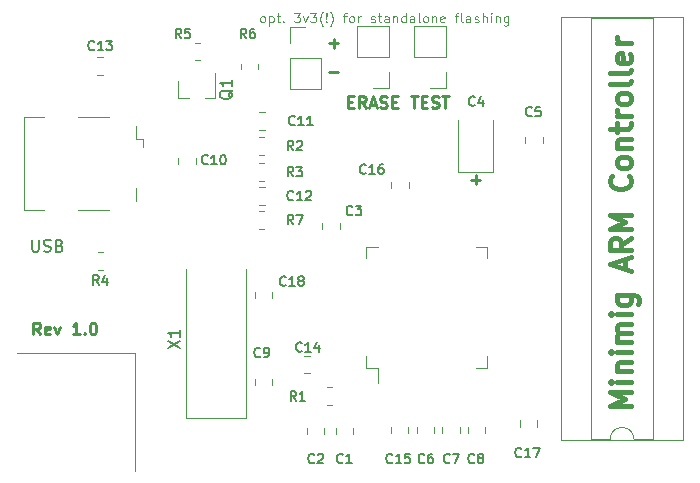
<source format=gbr>
G04 #@! TF.GenerationSoftware,KiCad,Pcbnew,5.1.9-73d0e3b20d~88~ubuntu20.04.1*
G04 #@! TF.CreationDate,2021-01-27T00:13:23+01:00*
G04 #@! TF.ProjectId,minimig-arm-controller-0805,6d696e69-6d69-4672-9d61-726d2d636f6e,rev?*
G04 #@! TF.SameCoordinates,Original*
G04 #@! TF.FileFunction,Legend,Top*
G04 #@! TF.FilePolarity,Positive*
%FSLAX46Y46*%
G04 Gerber Fmt 4.6, Leading zero omitted, Abs format (unit mm)*
G04 Created by KiCad (PCBNEW 5.1.9-73d0e3b20d~88~ubuntu20.04.1) date 2021-01-27 00:13:23*
%MOMM*%
%LPD*%
G01*
G04 APERTURE LIST*
%ADD10C,0.250000*%
%ADD11C,0.100000*%
%ADD12C,0.450000*%
%ADD13C,0.120000*%
%ADD14C,0.150000*%
G04 APERTURE END LIST*
D10*
X101928571Y-48452380D02*
X101595238Y-47976190D01*
X101357142Y-48452380D02*
X101357142Y-47452380D01*
X101738095Y-47452380D01*
X101833333Y-47500000D01*
X101880952Y-47547619D01*
X101928571Y-47642857D01*
X101928571Y-47785714D01*
X101880952Y-47880952D01*
X101833333Y-47928571D01*
X101738095Y-47976190D01*
X101357142Y-47976190D01*
X102738095Y-48404761D02*
X102642857Y-48452380D01*
X102452380Y-48452380D01*
X102357142Y-48404761D01*
X102309523Y-48309523D01*
X102309523Y-47928571D01*
X102357142Y-47833333D01*
X102452380Y-47785714D01*
X102642857Y-47785714D01*
X102738095Y-47833333D01*
X102785714Y-47928571D01*
X102785714Y-48023809D01*
X102309523Y-48119047D01*
X103119047Y-47785714D02*
X103357142Y-48452380D01*
X103595238Y-47785714D01*
X105261904Y-48452380D02*
X104690476Y-48452380D01*
X104976190Y-48452380D02*
X104976190Y-47452380D01*
X104880952Y-47595238D01*
X104785714Y-47690476D01*
X104690476Y-47738095D01*
X105690476Y-48357142D02*
X105738095Y-48404761D01*
X105690476Y-48452380D01*
X105642857Y-48404761D01*
X105690476Y-48357142D01*
X105690476Y-48452380D01*
X106357142Y-47452380D02*
X106452380Y-47452380D01*
X106547619Y-47500000D01*
X106595238Y-47547619D01*
X106642857Y-47642857D01*
X106690476Y-47833333D01*
X106690476Y-48071428D01*
X106642857Y-48261904D01*
X106595238Y-48357142D01*
X106547619Y-48404761D01*
X106452380Y-48452380D01*
X106357142Y-48452380D01*
X106261904Y-48404761D01*
X106214285Y-48357142D01*
X106166666Y-48261904D01*
X106119047Y-48071428D01*
X106119047Y-47833333D01*
X106166666Y-47642857D01*
X106214285Y-47547619D01*
X106261904Y-47500000D01*
X106357142Y-47452380D01*
X138802428Y-35759352D02*
X138802428Y-34997447D01*
X139183380Y-35378400D02*
X138421476Y-35378400D01*
X127186652Y-26277271D02*
X126424747Y-26277271D01*
X126800928Y-24176952D02*
X126800928Y-23415047D01*
X127181880Y-23796000D02*
X126419976Y-23796000D01*
D11*
X120723695Y-22037004D02*
X120647504Y-21998909D01*
X120609409Y-21960814D01*
X120571314Y-21884623D01*
X120571314Y-21656052D01*
X120609409Y-21579861D01*
X120647504Y-21541766D01*
X120723695Y-21503671D01*
X120837980Y-21503671D01*
X120914171Y-21541766D01*
X120952266Y-21579861D01*
X120990361Y-21656052D01*
X120990361Y-21884623D01*
X120952266Y-21960814D01*
X120914171Y-21998909D01*
X120837980Y-22037004D01*
X120723695Y-22037004D01*
X121333219Y-21503671D02*
X121333219Y-22303671D01*
X121333219Y-21541766D02*
X121409409Y-21503671D01*
X121561790Y-21503671D01*
X121637980Y-21541766D01*
X121676076Y-21579861D01*
X121714171Y-21656052D01*
X121714171Y-21884623D01*
X121676076Y-21960814D01*
X121637980Y-21998909D01*
X121561790Y-22037004D01*
X121409409Y-22037004D01*
X121333219Y-21998909D01*
X121942742Y-21503671D02*
X122247504Y-21503671D01*
X122057028Y-21237004D02*
X122057028Y-21922719D01*
X122095123Y-21998909D01*
X122171314Y-22037004D01*
X122247504Y-22037004D01*
X122514171Y-21960814D02*
X122552266Y-21998909D01*
X122514171Y-22037004D01*
X122476076Y-21998909D01*
X122514171Y-21960814D01*
X122514171Y-22037004D01*
X123428457Y-21237004D02*
X123923695Y-21237004D01*
X123657028Y-21541766D01*
X123771314Y-21541766D01*
X123847504Y-21579861D01*
X123885600Y-21617957D01*
X123923695Y-21694147D01*
X123923695Y-21884623D01*
X123885600Y-21960814D01*
X123847504Y-21998909D01*
X123771314Y-22037004D01*
X123542742Y-22037004D01*
X123466552Y-21998909D01*
X123428457Y-21960814D01*
X124190361Y-21503671D02*
X124380838Y-22037004D01*
X124571314Y-21503671D01*
X124799885Y-21237004D02*
X125295123Y-21237004D01*
X125028457Y-21541766D01*
X125142742Y-21541766D01*
X125218933Y-21579861D01*
X125257028Y-21617957D01*
X125295123Y-21694147D01*
X125295123Y-21884623D01*
X125257028Y-21960814D01*
X125218933Y-21998909D01*
X125142742Y-22037004D01*
X124914171Y-22037004D01*
X124837980Y-21998909D01*
X124799885Y-21960814D01*
X125866552Y-22341766D02*
X125828457Y-22303671D01*
X125752266Y-22189385D01*
X125714171Y-22113195D01*
X125676076Y-21998909D01*
X125637980Y-21808433D01*
X125637980Y-21656052D01*
X125676076Y-21465576D01*
X125714171Y-21351290D01*
X125752266Y-21275100D01*
X125828457Y-21160814D01*
X125866552Y-21122719D01*
X126171314Y-21960814D02*
X126209409Y-21998909D01*
X126171314Y-22037004D01*
X126133219Y-21998909D01*
X126171314Y-21960814D01*
X126171314Y-22037004D01*
X126171314Y-21732242D02*
X126133219Y-21275100D01*
X126171314Y-21237004D01*
X126209409Y-21275100D01*
X126171314Y-21732242D01*
X126171314Y-21237004D01*
X126476076Y-22341766D02*
X126514171Y-22303671D01*
X126590361Y-22189385D01*
X126628457Y-22113195D01*
X126666552Y-21998909D01*
X126704647Y-21808433D01*
X126704647Y-21656052D01*
X126666552Y-21465576D01*
X126628457Y-21351290D01*
X126590361Y-21275100D01*
X126514171Y-21160814D01*
X126476076Y-21122719D01*
X127580838Y-21503671D02*
X127885600Y-21503671D01*
X127695123Y-22037004D02*
X127695123Y-21351290D01*
X127733219Y-21275100D01*
X127809409Y-21237004D01*
X127885600Y-21237004D01*
X128266552Y-22037004D02*
X128190361Y-21998909D01*
X128152266Y-21960814D01*
X128114171Y-21884623D01*
X128114171Y-21656052D01*
X128152266Y-21579861D01*
X128190361Y-21541766D01*
X128266552Y-21503671D01*
X128380838Y-21503671D01*
X128457028Y-21541766D01*
X128495123Y-21579861D01*
X128533219Y-21656052D01*
X128533219Y-21884623D01*
X128495123Y-21960814D01*
X128457028Y-21998909D01*
X128380838Y-22037004D01*
X128266552Y-22037004D01*
X128876076Y-22037004D02*
X128876076Y-21503671D01*
X128876076Y-21656052D02*
X128914171Y-21579861D01*
X128952266Y-21541766D01*
X129028457Y-21503671D01*
X129104647Y-21503671D01*
X129942742Y-21998909D02*
X130018933Y-22037004D01*
X130171314Y-22037004D01*
X130247504Y-21998909D01*
X130285600Y-21922719D01*
X130285600Y-21884623D01*
X130247504Y-21808433D01*
X130171314Y-21770338D01*
X130057028Y-21770338D01*
X129980838Y-21732242D01*
X129942742Y-21656052D01*
X129942742Y-21617957D01*
X129980838Y-21541766D01*
X130057028Y-21503671D01*
X130171314Y-21503671D01*
X130247504Y-21541766D01*
X130514171Y-21503671D02*
X130818933Y-21503671D01*
X130628457Y-21237004D02*
X130628457Y-21922719D01*
X130666552Y-21998909D01*
X130742742Y-22037004D01*
X130818933Y-22037004D01*
X131428457Y-22037004D02*
X131428457Y-21617957D01*
X131390361Y-21541766D01*
X131314171Y-21503671D01*
X131161790Y-21503671D01*
X131085600Y-21541766D01*
X131428457Y-21998909D02*
X131352266Y-22037004D01*
X131161790Y-22037004D01*
X131085600Y-21998909D01*
X131047504Y-21922719D01*
X131047504Y-21846528D01*
X131085600Y-21770338D01*
X131161790Y-21732242D01*
X131352266Y-21732242D01*
X131428457Y-21694147D01*
X131809409Y-21503671D02*
X131809409Y-22037004D01*
X131809409Y-21579861D02*
X131847504Y-21541766D01*
X131923695Y-21503671D01*
X132037980Y-21503671D01*
X132114171Y-21541766D01*
X132152266Y-21617957D01*
X132152266Y-22037004D01*
X132876076Y-22037004D02*
X132876076Y-21237004D01*
X132876076Y-21998909D02*
X132799885Y-22037004D01*
X132647504Y-22037004D01*
X132571314Y-21998909D01*
X132533219Y-21960814D01*
X132495123Y-21884623D01*
X132495123Y-21656052D01*
X132533219Y-21579861D01*
X132571314Y-21541766D01*
X132647504Y-21503671D01*
X132799885Y-21503671D01*
X132876076Y-21541766D01*
X133599885Y-22037004D02*
X133599885Y-21617957D01*
X133561790Y-21541766D01*
X133485600Y-21503671D01*
X133333219Y-21503671D01*
X133257028Y-21541766D01*
X133599885Y-21998909D02*
X133523695Y-22037004D01*
X133333219Y-22037004D01*
X133257028Y-21998909D01*
X133218933Y-21922719D01*
X133218933Y-21846528D01*
X133257028Y-21770338D01*
X133333219Y-21732242D01*
X133523695Y-21732242D01*
X133599885Y-21694147D01*
X134095123Y-22037004D02*
X134018933Y-21998909D01*
X133980838Y-21922719D01*
X133980838Y-21237004D01*
X134514171Y-22037004D02*
X134437980Y-21998909D01*
X134399885Y-21960814D01*
X134361790Y-21884623D01*
X134361790Y-21656052D01*
X134399885Y-21579861D01*
X134437980Y-21541766D01*
X134514171Y-21503671D01*
X134628457Y-21503671D01*
X134704647Y-21541766D01*
X134742742Y-21579861D01*
X134780838Y-21656052D01*
X134780838Y-21884623D01*
X134742742Y-21960814D01*
X134704647Y-21998909D01*
X134628457Y-22037004D01*
X134514171Y-22037004D01*
X135123695Y-21503671D02*
X135123695Y-22037004D01*
X135123695Y-21579861D02*
X135161790Y-21541766D01*
X135237980Y-21503671D01*
X135352266Y-21503671D01*
X135428457Y-21541766D01*
X135466552Y-21617957D01*
X135466552Y-22037004D01*
X136152266Y-21998909D02*
X136076076Y-22037004D01*
X135923695Y-22037004D01*
X135847504Y-21998909D01*
X135809409Y-21922719D01*
X135809409Y-21617957D01*
X135847504Y-21541766D01*
X135923695Y-21503671D01*
X136076076Y-21503671D01*
X136152266Y-21541766D01*
X136190361Y-21617957D01*
X136190361Y-21694147D01*
X135809409Y-21770338D01*
X137028457Y-21503671D02*
X137333219Y-21503671D01*
X137142742Y-22037004D02*
X137142742Y-21351290D01*
X137180838Y-21275100D01*
X137257028Y-21237004D01*
X137333219Y-21237004D01*
X137714171Y-22037004D02*
X137637980Y-21998909D01*
X137599885Y-21922719D01*
X137599885Y-21237004D01*
X138361790Y-22037004D02*
X138361790Y-21617957D01*
X138323695Y-21541766D01*
X138247504Y-21503671D01*
X138095123Y-21503671D01*
X138018933Y-21541766D01*
X138361790Y-21998909D02*
X138285600Y-22037004D01*
X138095123Y-22037004D01*
X138018933Y-21998909D01*
X137980838Y-21922719D01*
X137980838Y-21846528D01*
X138018933Y-21770338D01*
X138095123Y-21732242D01*
X138285600Y-21732242D01*
X138361790Y-21694147D01*
X138704647Y-21998909D02*
X138780838Y-22037004D01*
X138933219Y-22037004D01*
X139009409Y-21998909D01*
X139047504Y-21922719D01*
X139047504Y-21884623D01*
X139009409Y-21808433D01*
X138933219Y-21770338D01*
X138818933Y-21770338D01*
X138742742Y-21732242D01*
X138704647Y-21656052D01*
X138704647Y-21617957D01*
X138742742Y-21541766D01*
X138818933Y-21503671D01*
X138933219Y-21503671D01*
X139009409Y-21541766D01*
X139390361Y-22037004D02*
X139390361Y-21237004D01*
X139733219Y-22037004D02*
X139733219Y-21617957D01*
X139695123Y-21541766D01*
X139618933Y-21503671D01*
X139504647Y-21503671D01*
X139428457Y-21541766D01*
X139390361Y-21579861D01*
X140114171Y-22037004D02*
X140114171Y-21503671D01*
X140114171Y-21237004D02*
X140076076Y-21275100D01*
X140114171Y-21313195D01*
X140152266Y-21275100D01*
X140114171Y-21237004D01*
X140114171Y-21313195D01*
X140495123Y-21503671D02*
X140495123Y-22037004D01*
X140495123Y-21579861D02*
X140533219Y-21541766D01*
X140609409Y-21503671D01*
X140723695Y-21503671D01*
X140799885Y-21541766D01*
X140837980Y-21617957D01*
X140837980Y-22037004D01*
X141561790Y-21503671D02*
X141561790Y-22151290D01*
X141523695Y-22227480D01*
X141485600Y-22265576D01*
X141409409Y-22303671D01*
X141295123Y-22303671D01*
X141218933Y-22265576D01*
X141561790Y-21998909D02*
X141485600Y-22037004D01*
X141333219Y-22037004D01*
X141257028Y-21998909D01*
X141218933Y-21960814D01*
X141180838Y-21884623D01*
X141180838Y-21656052D01*
X141218933Y-21579861D01*
X141257028Y-21541766D01*
X141333219Y-21503671D01*
X141485600Y-21503671D01*
X141561790Y-21541766D01*
D12*
X151991285Y-54507428D02*
X150191285Y-54507428D01*
X151477000Y-53907428D01*
X150191285Y-53307428D01*
X151991285Y-53307428D01*
X151991285Y-52450285D02*
X150791285Y-52450285D01*
X150191285Y-52450285D02*
X150277000Y-52536000D01*
X150362714Y-52450285D01*
X150277000Y-52364571D01*
X150191285Y-52450285D01*
X150362714Y-52450285D01*
X150791285Y-51593142D02*
X151991285Y-51593142D01*
X150962714Y-51593142D02*
X150877000Y-51507428D01*
X150791285Y-51336000D01*
X150791285Y-51078857D01*
X150877000Y-50907428D01*
X151048428Y-50821714D01*
X151991285Y-50821714D01*
X151991285Y-49964571D02*
X150791285Y-49964571D01*
X150191285Y-49964571D02*
X150277000Y-50050285D01*
X150362714Y-49964571D01*
X150277000Y-49878857D01*
X150191285Y-49964571D01*
X150362714Y-49964571D01*
X151991285Y-49107428D02*
X150791285Y-49107428D01*
X150962714Y-49107428D02*
X150877000Y-49021714D01*
X150791285Y-48850285D01*
X150791285Y-48593142D01*
X150877000Y-48421714D01*
X151048428Y-48336000D01*
X151991285Y-48336000D01*
X151048428Y-48336000D02*
X150877000Y-48250285D01*
X150791285Y-48078857D01*
X150791285Y-47821714D01*
X150877000Y-47650285D01*
X151048428Y-47564571D01*
X151991285Y-47564571D01*
X151991285Y-46707428D02*
X150791285Y-46707428D01*
X150191285Y-46707428D02*
X150277000Y-46793142D01*
X150362714Y-46707428D01*
X150277000Y-46621714D01*
X150191285Y-46707428D01*
X150362714Y-46707428D01*
X150791285Y-45078857D02*
X152248428Y-45078857D01*
X152419857Y-45164571D01*
X152505571Y-45250285D01*
X152591285Y-45421714D01*
X152591285Y-45678857D01*
X152505571Y-45850285D01*
X151905571Y-45078857D02*
X151991285Y-45250285D01*
X151991285Y-45593142D01*
X151905571Y-45764571D01*
X151819857Y-45850285D01*
X151648428Y-45936000D01*
X151134142Y-45936000D01*
X150962714Y-45850285D01*
X150877000Y-45764571D01*
X150791285Y-45593142D01*
X150791285Y-45250285D01*
X150877000Y-45078857D01*
X151477000Y-42936000D02*
X151477000Y-42078857D01*
X151991285Y-43107428D02*
X150191285Y-42507428D01*
X151991285Y-41907428D01*
X151991285Y-40278857D02*
X151134142Y-40878857D01*
X151991285Y-41307428D02*
X150191285Y-41307428D01*
X150191285Y-40621714D01*
X150277000Y-40450285D01*
X150362714Y-40364571D01*
X150534142Y-40278857D01*
X150791285Y-40278857D01*
X150962714Y-40364571D01*
X151048428Y-40450285D01*
X151134142Y-40621714D01*
X151134142Y-41307428D01*
X151991285Y-39507428D02*
X150191285Y-39507428D01*
X151477000Y-38907428D01*
X150191285Y-38307428D01*
X151991285Y-38307428D01*
X151819857Y-35050285D02*
X151905571Y-35136000D01*
X151991285Y-35393142D01*
X151991285Y-35564571D01*
X151905571Y-35821714D01*
X151734142Y-35993142D01*
X151562714Y-36078857D01*
X151219857Y-36164571D01*
X150962714Y-36164571D01*
X150619857Y-36078857D01*
X150448428Y-35993142D01*
X150277000Y-35821714D01*
X150191285Y-35564571D01*
X150191285Y-35393142D01*
X150277000Y-35136000D01*
X150362714Y-35050285D01*
X151991285Y-34021714D02*
X151905571Y-34193142D01*
X151819857Y-34278857D01*
X151648428Y-34364571D01*
X151134142Y-34364571D01*
X150962714Y-34278857D01*
X150877000Y-34193142D01*
X150791285Y-34021714D01*
X150791285Y-33764571D01*
X150877000Y-33593142D01*
X150962714Y-33507428D01*
X151134142Y-33421714D01*
X151648428Y-33421714D01*
X151819857Y-33507428D01*
X151905571Y-33593142D01*
X151991285Y-33764571D01*
X151991285Y-34021714D01*
X150791285Y-32650285D02*
X151991285Y-32650285D01*
X150962714Y-32650285D02*
X150877000Y-32564571D01*
X150791285Y-32393142D01*
X150791285Y-32136000D01*
X150877000Y-31964571D01*
X151048428Y-31878857D01*
X151991285Y-31878857D01*
X150791285Y-31278857D02*
X150791285Y-30593142D01*
X150191285Y-31021714D02*
X151734142Y-31021714D01*
X151905571Y-30936000D01*
X151991285Y-30764571D01*
X151991285Y-30593142D01*
X151991285Y-29993142D02*
X150791285Y-29993142D01*
X151134142Y-29993142D02*
X150962714Y-29907428D01*
X150877000Y-29821714D01*
X150791285Y-29650285D01*
X150791285Y-29478857D01*
X151991285Y-28621714D02*
X151905571Y-28793142D01*
X151819857Y-28878857D01*
X151648428Y-28964571D01*
X151134142Y-28964571D01*
X150962714Y-28878857D01*
X150877000Y-28793142D01*
X150791285Y-28621714D01*
X150791285Y-28364571D01*
X150877000Y-28193142D01*
X150962714Y-28107428D01*
X151134142Y-28021714D01*
X151648428Y-28021714D01*
X151819857Y-28107428D01*
X151905571Y-28193142D01*
X151991285Y-28364571D01*
X151991285Y-28621714D01*
X151991285Y-26993142D02*
X151905571Y-27164571D01*
X151734142Y-27250285D01*
X150191285Y-27250285D01*
X151991285Y-26050285D02*
X151905571Y-26221714D01*
X151734142Y-26307428D01*
X150191285Y-26307428D01*
X151905571Y-24678857D02*
X151991285Y-24850285D01*
X151991285Y-25193142D01*
X151905571Y-25364571D01*
X151734142Y-25450285D01*
X151048428Y-25450285D01*
X150877000Y-25364571D01*
X150791285Y-25193142D01*
X150791285Y-24850285D01*
X150877000Y-24678857D01*
X151048428Y-24593142D01*
X151219857Y-24593142D01*
X151391285Y-25450285D01*
X151991285Y-23821714D02*
X150791285Y-23821714D01*
X151134142Y-23821714D02*
X150962714Y-23736000D01*
X150877000Y-23650285D01*
X150791285Y-23478857D01*
X150791285Y-23307428D01*
D10*
X127998171Y-28766471D02*
X128331504Y-28766471D01*
X128474361Y-29290280D02*
X127998171Y-29290280D01*
X127998171Y-28290280D01*
X128474361Y-28290280D01*
X129474361Y-29290280D02*
X129141028Y-28814090D01*
X128902933Y-29290280D02*
X128902933Y-28290280D01*
X129283885Y-28290280D01*
X129379123Y-28337900D01*
X129426742Y-28385519D01*
X129474361Y-28480757D01*
X129474361Y-28623614D01*
X129426742Y-28718852D01*
X129379123Y-28766471D01*
X129283885Y-28814090D01*
X128902933Y-28814090D01*
X129855314Y-29004566D02*
X130331504Y-29004566D01*
X129760076Y-29290280D02*
X130093409Y-28290280D01*
X130426742Y-29290280D01*
X130712457Y-29242661D02*
X130855314Y-29290280D01*
X131093409Y-29290280D01*
X131188647Y-29242661D01*
X131236266Y-29195042D01*
X131283885Y-29099804D01*
X131283885Y-29004566D01*
X131236266Y-28909328D01*
X131188647Y-28861709D01*
X131093409Y-28814090D01*
X130902933Y-28766471D01*
X130807695Y-28718852D01*
X130760076Y-28671233D01*
X130712457Y-28575995D01*
X130712457Y-28480757D01*
X130760076Y-28385519D01*
X130807695Y-28337900D01*
X130902933Y-28290280D01*
X131141028Y-28290280D01*
X131283885Y-28337900D01*
X131712457Y-28766471D02*
X132045790Y-28766471D01*
X132188647Y-29290280D02*
X131712457Y-29290280D01*
X131712457Y-28290280D01*
X132188647Y-28290280D01*
X133325761Y-28264880D02*
X133897190Y-28264880D01*
X133611476Y-29264880D02*
X133611476Y-28264880D01*
X134230523Y-28741071D02*
X134563857Y-28741071D01*
X134706714Y-29264880D02*
X134230523Y-29264880D01*
X134230523Y-28264880D01*
X134706714Y-28264880D01*
X135087666Y-29217261D02*
X135230523Y-29264880D01*
X135468619Y-29264880D01*
X135563857Y-29217261D01*
X135611476Y-29169642D01*
X135659095Y-29074404D01*
X135659095Y-28979166D01*
X135611476Y-28883928D01*
X135563857Y-28836309D01*
X135468619Y-28788690D01*
X135278142Y-28741071D01*
X135182904Y-28693452D01*
X135135285Y-28645833D01*
X135087666Y-28550595D01*
X135087666Y-28455357D01*
X135135285Y-28360119D01*
X135182904Y-28312500D01*
X135278142Y-28264880D01*
X135516238Y-28264880D01*
X135659095Y-28312500D01*
X135944809Y-28264880D02*
X136516238Y-28264880D01*
X136230523Y-29264880D02*
X136230523Y-28264880D01*
D13*
X110000000Y-50000000D02*
X110000000Y-60000000D01*
X100000000Y-50000000D02*
X110000000Y-50000000D01*
G04 #@! TO.C,X1*
X114290000Y-42931500D02*
X114290000Y-55531500D01*
X114290000Y-55531500D02*
X119390000Y-55531500D01*
X119390000Y-55531500D02*
X119390000Y-42931500D01*
G04 #@! TO.C,J1*
X123050000Y-22466000D02*
X124380000Y-22466000D01*
X123050000Y-23796000D02*
X123050000Y-22466000D01*
X123050000Y-25066000D02*
X125710000Y-25066000D01*
X125710000Y-25066000D02*
X125710000Y-27666000D01*
X123050000Y-25066000D02*
X123050000Y-27666000D01*
X123050000Y-27666000D02*
X125710000Y-27666000D01*
G04 #@! TO.C,C17*
X142542600Y-55741948D02*
X142542600Y-56264452D01*
X144012600Y-55741948D02*
X144012600Y-56264452D01*
G04 #@! TO.C,C16*
X133141400Y-36046052D02*
X133141400Y-35523548D01*
X131671400Y-36046052D02*
X131671400Y-35523548D01*
G04 #@! TO.C,C15*
X131620600Y-56300748D02*
X131620600Y-56823252D01*
X133090600Y-56300748D02*
X133090600Y-56823252D01*
G04 #@! TO.C,C14*
X124793652Y-50289800D02*
X124271148Y-50289800D01*
X124793652Y-51759800D02*
X124271148Y-51759800D01*
G04 #@! TO.C,C8*
X138123000Y-56300748D02*
X138123000Y-56823252D01*
X139593000Y-56300748D02*
X139593000Y-56823252D01*
G04 #@! TO.C,C7*
X135989400Y-56300748D02*
X135989400Y-56823252D01*
X137459400Y-56300748D02*
X137459400Y-56823252D01*
G04 #@! TO.C,C6*
X133805000Y-56300748D02*
X133805000Y-56823252D01*
X135275000Y-56300748D02*
X135275000Y-56823252D01*
G04 #@! TO.C,C3*
X127299400Y-39551252D02*
X127299400Y-39028748D01*
X125829400Y-39551252D02*
X125829400Y-39028748D01*
G04 #@! TO.C,C5*
X144482500Y-32248752D02*
X144482500Y-31726248D01*
X143012500Y-32248752D02*
X143012500Y-31726248D01*
G04 #@! TO.C,C4*
X140304500Y-34686000D02*
X140304500Y-30301000D01*
X137284500Y-34686000D02*
X140304500Y-34686000D01*
X137284500Y-30301000D02*
X137284500Y-34686000D01*
G04 #@! TO.C,R1*
X126184936Y-52931400D02*
X126639064Y-52931400D01*
X126184936Y-54401400D02*
X126639064Y-54401400D01*
G04 #@! TO.C,C18*
X120089000Y-45393252D02*
X120089000Y-44870748D01*
X121559000Y-45393252D02*
X121559000Y-44870748D01*
G04 #@! TO.C,C9*
X121559000Y-52236748D02*
X121559000Y-52759252D01*
X120089000Y-52236748D02*
X120089000Y-52759252D01*
G04 #@! TO.C,C2*
X125973000Y-56347748D02*
X125973000Y-56870252D01*
X124503000Y-56347748D02*
X124503000Y-56870252D01*
G04 #@! TO.C,C1*
X128417000Y-56347748D02*
X128417000Y-56870252D01*
X126947000Y-56347748D02*
X126947000Y-56870252D01*
G04 #@! TO.C,R4*
X107254064Y-41496000D02*
X106799936Y-41496000D01*
X107254064Y-42966000D02*
X106799936Y-42966000D01*
G04 #@! TO.C,C13*
X106765748Y-26456000D02*
X107288252Y-26456000D01*
X106765748Y-24986000D02*
X107288252Y-24986000D01*
G04 #@! TO.C,R7*
X120906564Y-39517000D02*
X120452436Y-39517000D01*
X120906564Y-38047000D02*
X120452436Y-38047000D01*
G04 #@! TO.C,R6*
X120372500Y-25554936D02*
X120372500Y-26009064D01*
X118902500Y-25554936D02*
X118902500Y-26009064D01*
G04 #@! TO.C,R5*
X115489564Y-25247000D02*
X115035436Y-25247000D01*
X115489564Y-23777000D02*
X115035436Y-23777000D01*
G04 #@! TO.C,R3*
X120906564Y-35453000D02*
X120452436Y-35453000D01*
X120906564Y-33983000D02*
X120452436Y-33983000D01*
G04 #@! TO.C,R2*
X120906564Y-33250500D02*
X120452436Y-33250500D01*
X120906564Y-31780500D02*
X120452436Y-31780500D01*
G04 #@! TO.C,Q1*
X113612500Y-28447000D02*
X114542500Y-28447000D01*
X116772500Y-28447000D02*
X115842500Y-28447000D01*
X116772500Y-28447000D02*
X116772500Y-26287000D01*
X113612500Y-28447000D02*
X113612500Y-26987000D01*
G04 #@! TO.C,JP2*
X136276400Y-22364400D02*
X133616400Y-22364400D01*
X136276400Y-24964400D02*
X136276400Y-22364400D01*
X133616400Y-24964400D02*
X133616400Y-22364400D01*
X136276400Y-24964400D02*
X133616400Y-24964400D01*
X136276400Y-26234400D02*
X136276400Y-27564400D01*
X136276400Y-27564400D02*
X134946400Y-27564400D01*
G04 #@! TO.C,JP1*
X131450400Y-22364400D02*
X128790400Y-22364400D01*
X131450400Y-24964400D02*
X131450400Y-22364400D01*
X128790400Y-24964400D02*
X128790400Y-22364400D01*
X131450400Y-24964400D02*
X128790400Y-24964400D01*
X131450400Y-26234400D02*
X131450400Y-27564400D01*
X131450400Y-27564400D02*
X130120400Y-27564400D01*
G04 #@! TO.C,USB*
X105150000Y-30016000D02*
X107750000Y-30016000D01*
X107750000Y-37936000D02*
X105150000Y-37936000D01*
X110060000Y-30776000D02*
X110060000Y-31926000D01*
X110060000Y-31926000D02*
X110650000Y-31926000D01*
X110650000Y-31926000D02*
X110650000Y-32626000D01*
X110060000Y-36026000D02*
X110060000Y-37176000D01*
X102250000Y-30016000D02*
X100590000Y-30016000D01*
X100590000Y-30016000D02*
X100590000Y-37936000D01*
X100590000Y-37936000D02*
X102250000Y-37936000D01*
G04 #@! TO.C,C12*
X120940752Y-37485000D02*
X120418248Y-37485000D01*
X120940752Y-36015000D02*
X120418248Y-36015000D01*
G04 #@! TO.C,C11*
X120940752Y-31135000D02*
X120418248Y-31135000D01*
X120940752Y-29665000D02*
X120418248Y-29665000D01*
G04 #@! TO.C,C10*
X115082000Y-33504248D02*
X115082000Y-34026752D01*
X113612000Y-33504248D02*
X113612000Y-34026752D01*
G04 #@! TO.C,U2*
X146050000Y-57390000D02*
X156330000Y-57390000D01*
X146050000Y-21590000D02*
X146050000Y-57390000D01*
X156330000Y-21590000D02*
X146050000Y-21590000D01*
X156330000Y-57390000D02*
X156330000Y-21590000D01*
X148540000Y-57330000D02*
X150190000Y-57330000D01*
X148540000Y-21650000D02*
X148540000Y-57330000D01*
X153840000Y-21650000D02*
X148540000Y-21650000D01*
X153840000Y-57330000D02*
X153840000Y-21650000D01*
X152190000Y-57330000D02*
X153840000Y-57330000D01*
X150190000Y-57330000D02*
G75*
G02*
X152190000Y-57330000I1000000J0D01*
G01*
G04 #@! TO.C,U1*
X130507000Y-51258000D02*
X130507000Y-52598000D01*
X129557000Y-51258000D02*
X130507000Y-51258000D01*
X129557000Y-50308000D02*
X129557000Y-51258000D01*
X129557000Y-41038000D02*
X130507000Y-41038000D01*
X129557000Y-41988000D02*
X129557000Y-41038000D01*
X139777000Y-51258000D02*
X138827000Y-51258000D01*
X139777000Y-50308000D02*
X139777000Y-51258000D01*
X139777000Y-41038000D02*
X138827000Y-41038000D01*
X139777000Y-41988000D02*
X139777000Y-41038000D01*
G04 #@! TO.C,X1*
D14*
X112742380Y-49641023D02*
X113742380Y-48974357D01*
X112742380Y-48974357D02*
X113742380Y-49641023D01*
X113742380Y-48069595D02*
X113742380Y-48641023D01*
X113742380Y-48355309D02*
X112742380Y-48355309D01*
X112885238Y-48450547D01*
X112980476Y-48545785D01*
X113028095Y-48641023D01*
G04 #@! TO.C,C17*
X142661714Y-58778114D02*
X142623619Y-58816209D01*
X142509333Y-58854304D01*
X142433142Y-58854304D01*
X142318857Y-58816209D01*
X142242666Y-58740019D01*
X142204571Y-58663828D01*
X142166476Y-58511447D01*
X142166476Y-58397161D01*
X142204571Y-58244780D01*
X142242666Y-58168590D01*
X142318857Y-58092400D01*
X142433142Y-58054304D01*
X142509333Y-58054304D01*
X142623619Y-58092400D01*
X142661714Y-58130495D01*
X143423619Y-58854304D02*
X142966476Y-58854304D01*
X143195047Y-58854304D02*
X143195047Y-58054304D01*
X143118857Y-58168590D01*
X143042666Y-58244780D01*
X142966476Y-58282876D01*
X143690285Y-58054304D02*
X144223619Y-58054304D01*
X143880761Y-58854304D01*
G04 #@! TO.C,C16*
X129485714Y-34785714D02*
X129447619Y-34823809D01*
X129333333Y-34861904D01*
X129257142Y-34861904D01*
X129142857Y-34823809D01*
X129066666Y-34747619D01*
X129028571Y-34671428D01*
X128990476Y-34519047D01*
X128990476Y-34404761D01*
X129028571Y-34252380D01*
X129066666Y-34176190D01*
X129142857Y-34100000D01*
X129257142Y-34061904D01*
X129333333Y-34061904D01*
X129447619Y-34100000D01*
X129485714Y-34138095D01*
X130247619Y-34861904D02*
X129790476Y-34861904D01*
X130019047Y-34861904D02*
X130019047Y-34061904D01*
X129942857Y-34176190D01*
X129866666Y-34252380D01*
X129790476Y-34290476D01*
X130933333Y-34061904D02*
X130780952Y-34061904D01*
X130704761Y-34100000D01*
X130666666Y-34138095D01*
X130590476Y-34252380D01*
X130552380Y-34404761D01*
X130552380Y-34709523D01*
X130590476Y-34785714D01*
X130628571Y-34823809D01*
X130704761Y-34861904D01*
X130857142Y-34861904D01*
X130933333Y-34823809D01*
X130971428Y-34785714D01*
X131009523Y-34709523D01*
X131009523Y-34519047D01*
X130971428Y-34442857D01*
X130933333Y-34404761D01*
X130857142Y-34366666D01*
X130704761Y-34366666D01*
X130628571Y-34404761D01*
X130590476Y-34442857D01*
X130552380Y-34519047D01*
G04 #@! TO.C,C15*
X131739714Y-59286114D02*
X131701619Y-59324209D01*
X131587333Y-59362304D01*
X131511142Y-59362304D01*
X131396857Y-59324209D01*
X131320666Y-59248019D01*
X131282571Y-59171828D01*
X131244476Y-59019447D01*
X131244476Y-58905161D01*
X131282571Y-58752780D01*
X131320666Y-58676590D01*
X131396857Y-58600400D01*
X131511142Y-58562304D01*
X131587333Y-58562304D01*
X131701619Y-58600400D01*
X131739714Y-58638495D01*
X132501619Y-59362304D02*
X132044476Y-59362304D01*
X132273047Y-59362304D02*
X132273047Y-58562304D01*
X132196857Y-58676590D01*
X132120666Y-58752780D01*
X132044476Y-58790876D01*
X133225428Y-58562304D02*
X132844476Y-58562304D01*
X132806380Y-58943257D01*
X132844476Y-58905161D01*
X132920666Y-58867066D01*
X133111142Y-58867066D01*
X133187333Y-58905161D01*
X133225428Y-58943257D01*
X133263523Y-59019447D01*
X133263523Y-59209923D01*
X133225428Y-59286114D01*
X133187333Y-59324209D01*
X133111142Y-59362304D01*
X132920666Y-59362304D01*
X132844476Y-59324209D01*
X132806380Y-59286114D01*
G04 #@! TO.C,C14*
X124068914Y-49837314D02*
X124030819Y-49875409D01*
X123916533Y-49913504D01*
X123840342Y-49913504D01*
X123726057Y-49875409D01*
X123649866Y-49799219D01*
X123611771Y-49723028D01*
X123573676Y-49570647D01*
X123573676Y-49456361D01*
X123611771Y-49303980D01*
X123649866Y-49227790D01*
X123726057Y-49151600D01*
X123840342Y-49113504D01*
X123916533Y-49113504D01*
X124030819Y-49151600D01*
X124068914Y-49189695D01*
X124830819Y-49913504D02*
X124373676Y-49913504D01*
X124602247Y-49913504D02*
X124602247Y-49113504D01*
X124526057Y-49227790D01*
X124449866Y-49303980D01*
X124373676Y-49342076D01*
X125516533Y-49380171D02*
X125516533Y-49913504D01*
X125326057Y-49075409D02*
X125135580Y-49646838D01*
X125630819Y-49646838D01*
G04 #@! TO.C,C8*
X138673866Y-59286114D02*
X138635771Y-59324209D01*
X138521485Y-59362304D01*
X138445295Y-59362304D01*
X138331009Y-59324209D01*
X138254819Y-59248019D01*
X138216723Y-59171828D01*
X138178628Y-59019447D01*
X138178628Y-58905161D01*
X138216723Y-58752780D01*
X138254819Y-58676590D01*
X138331009Y-58600400D01*
X138445295Y-58562304D01*
X138521485Y-58562304D01*
X138635771Y-58600400D01*
X138673866Y-58638495D01*
X139131009Y-58905161D02*
X139054819Y-58867066D01*
X139016723Y-58828971D01*
X138978628Y-58752780D01*
X138978628Y-58714685D01*
X139016723Y-58638495D01*
X139054819Y-58600400D01*
X139131009Y-58562304D01*
X139283390Y-58562304D01*
X139359580Y-58600400D01*
X139397676Y-58638495D01*
X139435771Y-58714685D01*
X139435771Y-58752780D01*
X139397676Y-58828971D01*
X139359580Y-58867066D01*
X139283390Y-58905161D01*
X139131009Y-58905161D01*
X139054819Y-58943257D01*
X139016723Y-58981352D01*
X138978628Y-59057542D01*
X138978628Y-59209923D01*
X139016723Y-59286114D01*
X139054819Y-59324209D01*
X139131009Y-59362304D01*
X139283390Y-59362304D01*
X139359580Y-59324209D01*
X139397676Y-59286114D01*
X139435771Y-59209923D01*
X139435771Y-59057542D01*
X139397676Y-58981352D01*
X139359580Y-58943257D01*
X139283390Y-58905161D01*
G04 #@! TO.C,C7*
X136591066Y-59286114D02*
X136552971Y-59324209D01*
X136438685Y-59362304D01*
X136362495Y-59362304D01*
X136248209Y-59324209D01*
X136172019Y-59248019D01*
X136133923Y-59171828D01*
X136095828Y-59019447D01*
X136095828Y-58905161D01*
X136133923Y-58752780D01*
X136172019Y-58676590D01*
X136248209Y-58600400D01*
X136362495Y-58562304D01*
X136438685Y-58562304D01*
X136552971Y-58600400D01*
X136591066Y-58638495D01*
X136857733Y-58562304D02*
X137391066Y-58562304D01*
X137048209Y-59362304D01*
G04 #@! TO.C,C6*
X134457466Y-59286114D02*
X134419371Y-59324209D01*
X134305085Y-59362304D01*
X134228895Y-59362304D01*
X134114609Y-59324209D01*
X134038419Y-59248019D01*
X134000323Y-59171828D01*
X133962228Y-59019447D01*
X133962228Y-58905161D01*
X134000323Y-58752780D01*
X134038419Y-58676590D01*
X134114609Y-58600400D01*
X134228895Y-58562304D01*
X134305085Y-58562304D01*
X134419371Y-58600400D01*
X134457466Y-58638495D01*
X135143180Y-58562304D02*
X134990800Y-58562304D01*
X134914609Y-58600400D01*
X134876514Y-58638495D01*
X134800323Y-58752780D01*
X134762228Y-58905161D01*
X134762228Y-59209923D01*
X134800323Y-59286114D01*
X134838419Y-59324209D01*
X134914609Y-59362304D01*
X135066990Y-59362304D01*
X135143180Y-59324209D01*
X135181276Y-59286114D01*
X135219371Y-59209923D01*
X135219371Y-59019447D01*
X135181276Y-58943257D01*
X135143180Y-58905161D01*
X135066990Y-58867066D01*
X134914609Y-58867066D01*
X134838419Y-58905161D01*
X134800323Y-58943257D01*
X134762228Y-59019447D01*
G04 #@! TO.C,C3*
X128366666Y-38285714D02*
X128328571Y-38323809D01*
X128214285Y-38361904D01*
X128138095Y-38361904D01*
X128023809Y-38323809D01*
X127947619Y-38247619D01*
X127909523Y-38171428D01*
X127871428Y-38019047D01*
X127871428Y-37904761D01*
X127909523Y-37752380D01*
X127947619Y-37676190D01*
X128023809Y-37600000D01*
X128138095Y-37561904D01*
X128214285Y-37561904D01*
X128328571Y-37600000D01*
X128366666Y-37638095D01*
X128633333Y-37561904D02*
X129128571Y-37561904D01*
X128861904Y-37866666D01*
X128976190Y-37866666D01*
X129052380Y-37904761D01*
X129090476Y-37942857D01*
X129128571Y-38019047D01*
X129128571Y-38209523D01*
X129090476Y-38285714D01*
X129052380Y-38323809D01*
X128976190Y-38361904D01*
X128747619Y-38361904D01*
X128671428Y-38323809D01*
X128633333Y-38285714D01*
G04 #@! TO.C,C5*
X143550666Y-29923714D02*
X143512571Y-29961809D01*
X143398285Y-29999904D01*
X143322095Y-29999904D01*
X143207809Y-29961809D01*
X143131619Y-29885619D01*
X143093523Y-29809428D01*
X143055428Y-29657047D01*
X143055428Y-29542761D01*
X143093523Y-29390380D01*
X143131619Y-29314190D01*
X143207809Y-29238000D01*
X143322095Y-29199904D01*
X143398285Y-29199904D01*
X143512571Y-29238000D01*
X143550666Y-29276095D01*
X144274476Y-29199904D02*
X143893523Y-29199904D01*
X143855428Y-29580857D01*
X143893523Y-29542761D01*
X143969714Y-29504666D01*
X144160190Y-29504666D01*
X144236380Y-29542761D01*
X144274476Y-29580857D01*
X144312571Y-29657047D01*
X144312571Y-29847523D01*
X144274476Y-29923714D01*
X144236380Y-29961809D01*
X144160190Y-29999904D01*
X143969714Y-29999904D01*
X143893523Y-29961809D01*
X143855428Y-29923714D01*
G04 #@! TO.C,C4*
X138724666Y-29034714D02*
X138686571Y-29072809D01*
X138572285Y-29110904D01*
X138496095Y-29110904D01*
X138381809Y-29072809D01*
X138305619Y-28996619D01*
X138267523Y-28920428D01*
X138229428Y-28768047D01*
X138229428Y-28653761D01*
X138267523Y-28501380D01*
X138305619Y-28425190D01*
X138381809Y-28349000D01*
X138496095Y-28310904D01*
X138572285Y-28310904D01*
X138686571Y-28349000D01*
X138724666Y-28387095D01*
X139410380Y-28577571D02*
X139410380Y-29110904D01*
X139219904Y-28272809D02*
X139029428Y-28844238D01*
X139524666Y-28844238D01*
G04 #@! TO.C,R1*
X123586266Y-54079104D02*
X123319600Y-53698152D01*
X123129123Y-54079104D02*
X123129123Y-53279104D01*
X123433885Y-53279104D01*
X123510076Y-53317200D01*
X123548171Y-53355295D01*
X123586266Y-53431485D01*
X123586266Y-53545771D01*
X123548171Y-53621961D01*
X123510076Y-53660057D01*
X123433885Y-53698152D01*
X123129123Y-53698152D01*
X124348171Y-54079104D02*
X123891028Y-54079104D01*
X124119600Y-54079104D02*
X124119600Y-53279104D01*
X124043409Y-53393390D01*
X123967219Y-53469580D01*
X123891028Y-53507676D01*
G04 #@! TO.C,C18*
X122722714Y-44274714D02*
X122684619Y-44312809D01*
X122570333Y-44350904D01*
X122494142Y-44350904D01*
X122379857Y-44312809D01*
X122303666Y-44236619D01*
X122265571Y-44160428D01*
X122227476Y-44008047D01*
X122227476Y-43893761D01*
X122265571Y-43741380D01*
X122303666Y-43665190D01*
X122379857Y-43589000D01*
X122494142Y-43550904D01*
X122570333Y-43550904D01*
X122684619Y-43589000D01*
X122722714Y-43627095D01*
X123484619Y-44350904D02*
X123027476Y-44350904D01*
X123256047Y-44350904D02*
X123256047Y-43550904D01*
X123179857Y-43665190D01*
X123103666Y-43741380D01*
X123027476Y-43779476D01*
X123941761Y-43893761D02*
X123865571Y-43855666D01*
X123827476Y-43817571D01*
X123789380Y-43741380D01*
X123789380Y-43703285D01*
X123827476Y-43627095D01*
X123865571Y-43589000D01*
X123941761Y-43550904D01*
X124094142Y-43550904D01*
X124170333Y-43589000D01*
X124208428Y-43627095D01*
X124246523Y-43703285D01*
X124246523Y-43741380D01*
X124208428Y-43817571D01*
X124170333Y-43855666D01*
X124094142Y-43893761D01*
X123941761Y-43893761D01*
X123865571Y-43931857D01*
X123827476Y-43969952D01*
X123789380Y-44046142D01*
X123789380Y-44198523D01*
X123827476Y-44274714D01*
X123865571Y-44312809D01*
X123941761Y-44350904D01*
X124094142Y-44350904D01*
X124170333Y-44312809D01*
X124208428Y-44274714D01*
X124246523Y-44198523D01*
X124246523Y-44046142D01*
X124208428Y-43969952D01*
X124170333Y-43931857D01*
X124094142Y-43893761D01*
G04 #@! TO.C,C9*
X120538266Y-50294514D02*
X120500171Y-50332609D01*
X120385885Y-50370704D01*
X120309695Y-50370704D01*
X120195409Y-50332609D01*
X120119219Y-50256419D01*
X120081123Y-50180228D01*
X120043028Y-50027847D01*
X120043028Y-49913561D01*
X120081123Y-49761180D01*
X120119219Y-49684990D01*
X120195409Y-49608800D01*
X120309695Y-49570704D01*
X120385885Y-49570704D01*
X120500171Y-49608800D01*
X120538266Y-49646895D01*
X120919219Y-50370704D02*
X121071600Y-50370704D01*
X121147790Y-50332609D01*
X121185885Y-50294514D01*
X121262076Y-50180228D01*
X121300171Y-50027847D01*
X121300171Y-49723085D01*
X121262076Y-49646895D01*
X121223980Y-49608800D01*
X121147790Y-49570704D01*
X120995409Y-49570704D01*
X120919219Y-49608800D01*
X120881123Y-49646895D01*
X120843028Y-49723085D01*
X120843028Y-49913561D01*
X120881123Y-49989752D01*
X120919219Y-50027847D01*
X120995409Y-50065942D01*
X121147790Y-50065942D01*
X121223980Y-50027847D01*
X121262076Y-49989752D01*
X121300171Y-49913561D01*
G04 #@! TO.C,C2*
X125110266Y-59286114D02*
X125072171Y-59324209D01*
X124957885Y-59362304D01*
X124881695Y-59362304D01*
X124767409Y-59324209D01*
X124691219Y-59248019D01*
X124653123Y-59171828D01*
X124615028Y-59019447D01*
X124615028Y-58905161D01*
X124653123Y-58752780D01*
X124691219Y-58676590D01*
X124767409Y-58600400D01*
X124881695Y-58562304D01*
X124957885Y-58562304D01*
X125072171Y-58600400D01*
X125110266Y-58638495D01*
X125415028Y-58638495D02*
X125453123Y-58600400D01*
X125529314Y-58562304D01*
X125719790Y-58562304D01*
X125795980Y-58600400D01*
X125834076Y-58638495D01*
X125872171Y-58714685D01*
X125872171Y-58790876D01*
X125834076Y-58905161D01*
X125376933Y-59362304D01*
X125872171Y-59362304D01*
G04 #@! TO.C,C1*
X127548666Y-59286114D02*
X127510571Y-59324209D01*
X127396285Y-59362304D01*
X127320095Y-59362304D01*
X127205809Y-59324209D01*
X127129619Y-59248019D01*
X127091523Y-59171828D01*
X127053428Y-59019447D01*
X127053428Y-58905161D01*
X127091523Y-58752780D01*
X127129619Y-58676590D01*
X127205809Y-58600400D01*
X127320095Y-58562304D01*
X127396285Y-58562304D01*
X127510571Y-58600400D01*
X127548666Y-58638495D01*
X128310571Y-59362304D02*
X127853428Y-59362304D01*
X128082000Y-59362304D02*
X128082000Y-58562304D01*
X128005809Y-58676590D01*
X127929619Y-58752780D01*
X127853428Y-58790876D01*
G04 #@! TO.C,R4*
X106893666Y-44242904D02*
X106627000Y-43861952D01*
X106436523Y-44242904D02*
X106436523Y-43442904D01*
X106741285Y-43442904D01*
X106817476Y-43481000D01*
X106855571Y-43519095D01*
X106893666Y-43595285D01*
X106893666Y-43709571D01*
X106855571Y-43785761D01*
X106817476Y-43823857D01*
X106741285Y-43861952D01*
X106436523Y-43861952D01*
X107579380Y-43709571D02*
X107579380Y-44242904D01*
X107388904Y-43404809D02*
X107198428Y-43976238D01*
X107693666Y-43976238D01*
G04 #@! TO.C,C13*
X106512714Y-24326714D02*
X106474619Y-24364809D01*
X106360333Y-24402904D01*
X106284142Y-24402904D01*
X106169857Y-24364809D01*
X106093666Y-24288619D01*
X106055571Y-24212428D01*
X106017476Y-24060047D01*
X106017476Y-23945761D01*
X106055571Y-23793380D01*
X106093666Y-23717190D01*
X106169857Y-23641000D01*
X106284142Y-23602904D01*
X106360333Y-23602904D01*
X106474619Y-23641000D01*
X106512714Y-23679095D01*
X107274619Y-24402904D02*
X106817476Y-24402904D01*
X107046047Y-24402904D02*
X107046047Y-23602904D01*
X106969857Y-23717190D01*
X106893666Y-23793380D01*
X106817476Y-23831476D01*
X107541285Y-23602904D02*
X108036523Y-23602904D01*
X107769857Y-23907666D01*
X107884142Y-23907666D01*
X107960333Y-23945761D01*
X107998428Y-23983857D01*
X108036523Y-24060047D01*
X108036523Y-24250523D01*
X107998428Y-24326714D01*
X107960333Y-24364809D01*
X107884142Y-24402904D01*
X107655571Y-24402904D01*
X107579380Y-24364809D01*
X107541285Y-24326714D01*
G04 #@! TO.C,R7*
X123357666Y-39143904D02*
X123091000Y-38762952D01*
X122900523Y-39143904D02*
X122900523Y-38343904D01*
X123205285Y-38343904D01*
X123281476Y-38382000D01*
X123319571Y-38420095D01*
X123357666Y-38496285D01*
X123357666Y-38610571D01*
X123319571Y-38686761D01*
X123281476Y-38724857D01*
X123205285Y-38762952D01*
X122900523Y-38762952D01*
X123624333Y-38343904D02*
X124157666Y-38343904D01*
X123814809Y-39143904D01*
G04 #@! TO.C,R6*
X119366666Y-23361904D02*
X119100000Y-22980952D01*
X118909523Y-23361904D02*
X118909523Y-22561904D01*
X119214285Y-22561904D01*
X119290476Y-22600000D01*
X119328571Y-22638095D01*
X119366666Y-22714285D01*
X119366666Y-22828571D01*
X119328571Y-22904761D01*
X119290476Y-22942857D01*
X119214285Y-22980952D01*
X118909523Y-22980952D01*
X120052380Y-22561904D02*
X119900000Y-22561904D01*
X119823809Y-22600000D01*
X119785714Y-22638095D01*
X119709523Y-22752380D01*
X119671428Y-22904761D01*
X119671428Y-23209523D01*
X119709523Y-23285714D01*
X119747619Y-23323809D01*
X119823809Y-23361904D01*
X119976190Y-23361904D01*
X120052380Y-23323809D01*
X120090476Y-23285714D01*
X120128571Y-23209523D01*
X120128571Y-23019047D01*
X120090476Y-22942857D01*
X120052380Y-22904761D01*
X119976190Y-22866666D01*
X119823809Y-22866666D01*
X119747619Y-22904761D01*
X119709523Y-22942857D01*
X119671428Y-23019047D01*
G04 #@! TO.C,R5*
X113866666Y-23361904D02*
X113600000Y-22980952D01*
X113409523Y-23361904D02*
X113409523Y-22561904D01*
X113714285Y-22561904D01*
X113790476Y-22600000D01*
X113828571Y-22638095D01*
X113866666Y-22714285D01*
X113866666Y-22828571D01*
X113828571Y-22904761D01*
X113790476Y-22942857D01*
X113714285Y-22980952D01*
X113409523Y-22980952D01*
X114590476Y-22561904D02*
X114209523Y-22561904D01*
X114171428Y-22942857D01*
X114209523Y-22904761D01*
X114285714Y-22866666D01*
X114476190Y-22866666D01*
X114552380Y-22904761D01*
X114590476Y-22942857D01*
X114628571Y-23019047D01*
X114628571Y-23209523D01*
X114590476Y-23285714D01*
X114552380Y-23323809D01*
X114476190Y-23361904D01*
X114285714Y-23361904D01*
X114209523Y-23323809D01*
X114171428Y-23285714D01*
G04 #@! TO.C,R3*
X123357666Y-35079904D02*
X123091000Y-34698952D01*
X122900523Y-35079904D02*
X122900523Y-34279904D01*
X123205285Y-34279904D01*
X123281476Y-34318000D01*
X123319571Y-34356095D01*
X123357666Y-34432285D01*
X123357666Y-34546571D01*
X123319571Y-34622761D01*
X123281476Y-34660857D01*
X123205285Y-34698952D01*
X122900523Y-34698952D01*
X123624333Y-34279904D02*
X124119571Y-34279904D01*
X123852904Y-34584666D01*
X123967190Y-34584666D01*
X124043380Y-34622761D01*
X124081476Y-34660857D01*
X124119571Y-34737047D01*
X124119571Y-34927523D01*
X124081476Y-35003714D01*
X124043380Y-35041809D01*
X123967190Y-35079904D01*
X123738619Y-35079904D01*
X123662428Y-35041809D01*
X123624333Y-35003714D01*
G04 #@! TO.C,R2*
X123357666Y-32861904D02*
X123091000Y-32480952D01*
X122900523Y-32861904D02*
X122900523Y-32061904D01*
X123205285Y-32061904D01*
X123281476Y-32100000D01*
X123319571Y-32138095D01*
X123357666Y-32214285D01*
X123357666Y-32328571D01*
X123319571Y-32404761D01*
X123281476Y-32442857D01*
X123205285Y-32480952D01*
X122900523Y-32480952D01*
X123662428Y-32138095D02*
X123700523Y-32100000D01*
X123776714Y-32061904D01*
X123967190Y-32061904D01*
X124043380Y-32100000D01*
X124081476Y-32138095D01*
X124119571Y-32214285D01*
X124119571Y-32290476D01*
X124081476Y-32404761D01*
X123624333Y-32861904D01*
X124119571Y-32861904D01*
G04 #@! TO.C,Q1*
X118240119Y-27782238D02*
X118192500Y-27877476D01*
X118097261Y-27972714D01*
X117954404Y-28115571D01*
X117906785Y-28210809D01*
X117906785Y-28306047D01*
X118144880Y-28258428D02*
X118097261Y-28353666D01*
X118002023Y-28448904D01*
X117811547Y-28496523D01*
X117478214Y-28496523D01*
X117287738Y-28448904D01*
X117192500Y-28353666D01*
X117144880Y-28258428D01*
X117144880Y-28067952D01*
X117192500Y-27972714D01*
X117287738Y-27877476D01*
X117478214Y-27829857D01*
X117811547Y-27829857D01*
X118002023Y-27877476D01*
X118097261Y-27972714D01*
X118144880Y-28067952D01*
X118144880Y-28258428D01*
X118144880Y-26877476D02*
X118144880Y-27448904D01*
X118144880Y-27163190D02*
X117144880Y-27163190D01*
X117287738Y-27258428D01*
X117382976Y-27353666D01*
X117430595Y-27448904D01*
G04 #@! TO.C,USB*
X101238095Y-40452380D02*
X101238095Y-41261904D01*
X101285714Y-41357142D01*
X101333333Y-41404761D01*
X101428571Y-41452380D01*
X101619047Y-41452380D01*
X101714285Y-41404761D01*
X101761904Y-41357142D01*
X101809523Y-41261904D01*
X101809523Y-40452380D01*
X102238095Y-41404761D02*
X102380952Y-41452380D01*
X102619047Y-41452380D01*
X102714285Y-41404761D01*
X102761904Y-41357142D01*
X102809523Y-41261904D01*
X102809523Y-41166666D01*
X102761904Y-41071428D01*
X102714285Y-41023809D01*
X102619047Y-40976190D01*
X102428571Y-40928571D01*
X102333333Y-40880952D01*
X102285714Y-40833333D01*
X102238095Y-40738095D01*
X102238095Y-40642857D01*
X102285714Y-40547619D01*
X102333333Y-40500000D01*
X102428571Y-40452380D01*
X102666666Y-40452380D01*
X102809523Y-40500000D01*
X103571428Y-40928571D02*
X103714285Y-40976190D01*
X103761904Y-41023809D01*
X103809523Y-41119047D01*
X103809523Y-41261904D01*
X103761904Y-41357142D01*
X103714285Y-41404761D01*
X103619047Y-41452380D01*
X103238095Y-41452380D01*
X103238095Y-40452380D01*
X103571428Y-40452380D01*
X103666666Y-40500000D01*
X103714285Y-40547619D01*
X103761904Y-40642857D01*
X103761904Y-40738095D01*
X103714285Y-40833333D01*
X103666666Y-40880952D01*
X103571428Y-40928571D01*
X103238095Y-40928571D01*
G04 #@! TO.C,C12*
X123357714Y-37035714D02*
X123319619Y-37073809D01*
X123205333Y-37111904D01*
X123129142Y-37111904D01*
X123014857Y-37073809D01*
X122938666Y-36997619D01*
X122900571Y-36921428D01*
X122862476Y-36769047D01*
X122862476Y-36654761D01*
X122900571Y-36502380D01*
X122938666Y-36426190D01*
X123014857Y-36350000D01*
X123129142Y-36311904D01*
X123205333Y-36311904D01*
X123319619Y-36350000D01*
X123357714Y-36388095D01*
X124119619Y-37111904D02*
X123662476Y-37111904D01*
X123891047Y-37111904D02*
X123891047Y-36311904D01*
X123814857Y-36426190D01*
X123738666Y-36502380D01*
X123662476Y-36540476D01*
X124424380Y-36388095D02*
X124462476Y-36350000D01*
X124538666Y-36311904D01*
X124729142Y-36311904D01*
X124805333Y-36350000D01*
X124843428Y-36388095D01*
X124881523Y-36464285D01*
X124881523Y-36540476D01*
X124843428Y-36654761D01*
X124386285Y-37111904D01*
X124881523Y-37111904D01*
G04 #@! TO.C,C11*
X123484714Y-30685714D02*
X123446619Y-30723809D01*
X123332333Y-30761904D01*
X123256142Y-30761904D01*
X123141857Y-30723809D01*
X123065666Y-30647619D01*
X123027571Y-30571428D01*
X122989476Y-30419047D01*
X122989476Y-30304761D01*
X123027571Y-30152380D01*
X123065666Y-30076190D01*
X123141857Y-30000000D01*
X123256142Y-29961904D01*
X123332333Y-29961904D01*
X123446619Y-30000000D01*
X123484714Y-30038095D01*
X124246619Y-30761904D02*
X123789476Y-30761904D01*
X124018047Y-30761904D02*
X124018047Y-29961904D01*
X123941857Y-30076190D01*
X123865666Y-30152380D01*
X123789476Y-30190476D01*
X125008523Y-30761904D02*
X124551380Y-30761904D01*
X124779952Y-30761904D02*
X124779952Y-29961904D01*
X124703761Y-30076190D01*
X124627571Y-30152380D01*
X124551380Y-30190476D01*
G04 #@! TO.C,C10*
X116118714Y-33987714D02*
X116080619Y-34025809D01*
X115966333Y-34063904D01*
X115890142Y-34063904D01*
X115775857Y-34025809D01*
X115699666Y-33949619D01*
X115661571Y-33873428D01*
X115623476Y-33721047D01*
X115623476Y-33606761D01*
X115661571Y-33454380D01*
X115699666Y-33378190D01*
X115775857Y-33302000D01*
X115890142Y-33263904D01*
X115966333Y-33263904D01*
X116080619Y-33302000D01*
X116118714Y-33340095D01*
X116880619Y-34063904D02*
X116423476Y-34063904D01*
X116652047Y-34063904D02*
X116652047Y-33263904D01*
X116575857Y-33378190D01*
X116499666Y-33454380D01*
X116423476Y-33492476D01*
X117375857Y-33263904D02*
X117452047Y-33263904D01*
X117528238Y-33302000D01*
X117566333Y-33340095D01*
X117604428Y-33416285D01*
X117642523Y-33568666D01*
X117642523Y-33759142D01*
X117604428Y-33911523D01*
X117566333Y-33987714D01*
X117528238Y-34025809D01*
X117452047Y-34063904D01*
X117375857Y-34063904D01*
X117299666Y-34025809D01*
X117261571Y-33987714D01*
X117223476Y-33911523D01*
X117185380Y-33759142D01*
X117185380Y-33568666D01*
X117223476Y-33416285D01*
X117261571Y-33340095D01*
X117299666Y-33302000D01*
X117375857Y-33263904D01*
G04 #@! TD*
M02*

</source>
